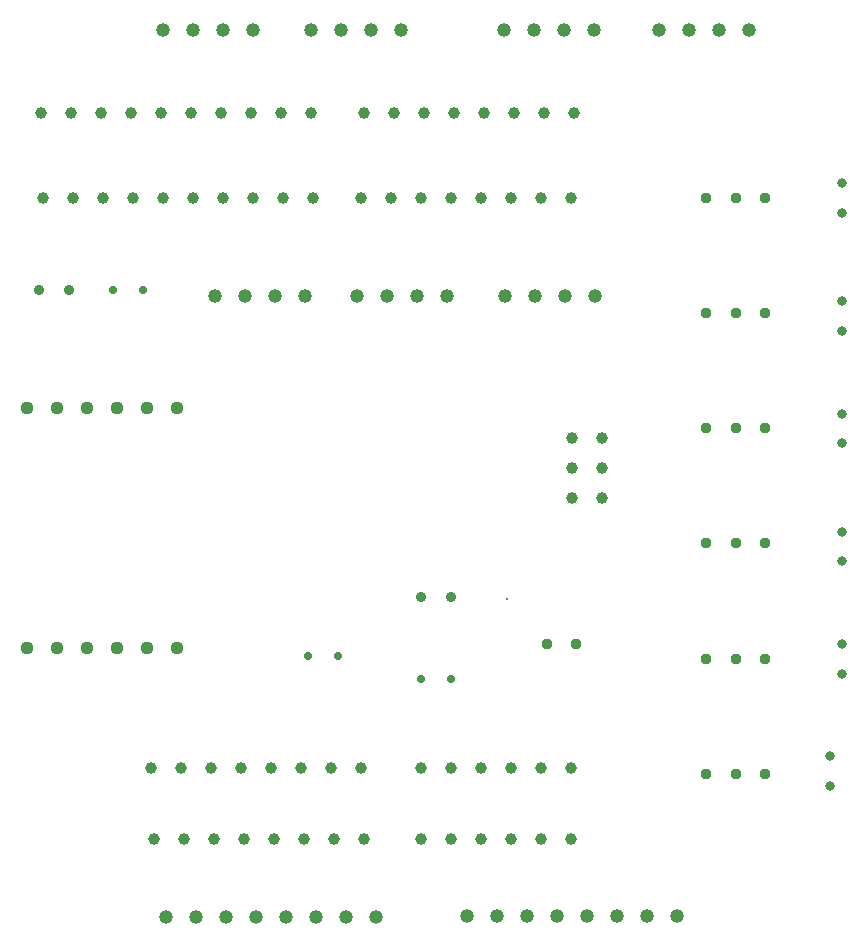
<source format=gbr>
%TF.GenerationSoftware,KiCad,Pcbnew,9.0.4*%
%TF.CreationDate,2025-10-04T10:08:07+10:00*%
%TF.ProjectId,Jet Ranger Test,4a657420-5261-46e6-9765-722054657374,rev?*%
%TF.SameCoordinates,Original*%
%TF.FileFunction,Plated,1,2,PTH,Drill*%
%TF.FilePolarity,Positive*%
%FSLAX46Y46*%
G04 Gerber Fmt 4.6, Leading zero omitted, Abs format (unit mm)*
G04 Created by KiCad (PCBNEW 9.0.4) date 2025-10-04 10:08:07*
%MOMM*%
%LPD*%
G01*
G04 APERTURE LIST*
%TA.AperFunction,ViaDrill*%
%ADD10C,0.300000*%
%TD*%
%TA.AperFunction,ComponentDrill*%
%ADD11C,0.700000*%
%TD*%
%TA.AperFunction,ComponentDrill*%
%ADD12C,0.800000*%
%TD*%
%TA.AperFunction,ComponentDrill*%
%ADD13C,0.900000*%
%TD*%
%TA.AperFunction,ComponentDrill*%
%ADD14C,0.950000*%
%TD*%
%TA.AperFunction,ComponentDrill*%
%ADD15C,1.000000*%
%TD*%
%TA.AperFunction,ComponentDrill*%
%ADD16C,1.110000*%
%TD*%
%TA.AperFunction,ComponentDrill*%
%ADD17C,1.190000*%
%TD*%
G04 APERTURE END LIST*
D10*
X158119500Y-83180300D03*
D11*
%TO.C,R1*%
X124780000Y-57000000D03*
X127320000Y-57000000D03*
%TO.C,R25*%
X141280000Y-88000000D03*
X143820000Y-88000000D03*
%TO.C,R2*%
X150800000Y-90000000D03*
X153340000Y-90000000D03*
D12*
%TO.C,C6*%
X185500000Y-96500000D03*
X185500000Y-99000000D03*
%TO.C,C2*%
X186500000Y-48000000D03*
X186500000Y-50500000D03*
%TO.C,C1*%
X186500000Y-58000000D03*
X186500000Y-60500000D03*
%TO.C,C3*%
X186500000Y-67500000D03*
X186500000Y-70000000D03*
%TO.C,C4*%
X186500000Y-77500000D03*
X186500000Y-80000000D03*
%TO.C,C5*%
X186500000Y-87000000D03*
X186500000Y-89500000D03*
D13*
%TO.C,D1*%
X118500000Y-57000000D03*
X121040000Y-57000000D03*
%TO.C,D2*%
X150800000Y-83000000D03*
X153340000Y-83000000D03*
D14*
%TO.C,J13*%
X161500000Y-87000000D03*
X164000000Y-87000000D03*
%TO.C,J7*%
X175000000Y-49200000D03*
%TO.C,J6*%
X175000000Y-58960000D03*
%TO.C,J8*%
X175000000Y-68720000D03*
%TO.C,J9*%
X175000000Y-78480000D03*
%TO.C,J10*%
X175000000Y-88240000D03*
%TO.C,J18*%
X175000000Y-98000000D03*
%TO.C,J7*%
X177500000Y-49200000D03*
%TO.C,J6*%
X177500000Y-58960000D03*
%TO.C,J8*%
X177500000Y-68720000D03*
%TO.C,J9*%
X177500000Y-78480000D03*
%TO.C,J10*%
X177500000Y-88240000D03*
%TO.C,J18*%
X177500000Y-98000000D03*
%TO.C,J7*%
X180000000Y-49200000D03*
%TO.C,J6*%
X180000000Y-58960000D03*
%TO.C,J8*%
X180000000Y-68720000D03*
%TO.C,J9*%
X180000000Y-78480000D03*
%TO.C,J10*%
X180000000Y-88240000D03*
%TO.C,J18*%
X180000000Y-98000000D03*
D15*
%TO.C,J15*%
X118640000Y-42000000D03*
%TO.C,J2*%
X118796000Y-49200000D03*
%TO.C,J15*%
X121180000Y-42000000D03*
%TO.C,J2*%
X121336000Y-49200000D03*
%TO.C,J15*%
X123720000Y-42000000D03*
%TO.C,J2*%
X123876000Y-49200000D03*
%TO.C,J15*%
X126260000Y-42000000D03*
%TO.C,J2*%
X126416000Y-49200000D03*
%TO.C,J1*%
X127940000Y-97460000D03*
%TO.C,J17*%
X128220000Y-103500000D03*
%TO.C,J15*%
X128800000Y-42000000D03*
%TO.C,J2*%
X128956000Y-49200000D03*
%TO.C,J1*%
X130480000Y-97460000D03*
%TO.C,J17*%
X130760000Y-103500000D03*
%TO.C,J15*%
X131340000Y-42000000D03*
%TO.C,J2*%
X131496000Y-49200000D03*
%TO.C,J1*%
X133020000Y-97460000D03*
%TO.C,J17*%
X133300000Y-103500000D03*
%TO.C,J15*%
X133880000Y-42000000D03*
%TO.C,J2*%
X134036000Y-49200000D03*
%TO.C,J1*%
X135560000Y-97460000D03*
%TO.C,J17*%
X135840000Y-103500000D03*
%TO.C,J15*%
X136420000Y-42000000D03*
%TO.C,J2*%
X136576000Y-49200000D03*
%TO.C,J1*%
X138100000Y-97460000D03*
%TO.C,J17*%
X138380000Y-103500000D03*
%TO.C,J15*%
X138960000Y-42000000D03*
%TO.C,J2*%
X139116000Y-49200000D03*
%TO.C,J1*%
X140640000Y-97460000D03*
%TO.C,J17*%
X140920000Y-103500000D03*
%TO.C,J15*%
X141500000Y-42000000D03*
%TO.C,J2*%
X141656000Y-49200000D03*
%TO.C,J1*%
X143180000Y-97460000D03*
%TO.C,J17*%
X143460000Y-103500000D03*
%TO.C,J4*%
X145720000Y-49200000D03*
%TO.C,J1*%
X145720000Y-97460000D03*
%TO.C,J14*%
X146000000Y-42000000D03*
%TO.C,J17*%
X146000000Y-103500000D03*
%TO.C,J4*%
X148260000Y-49200000D03*
%TO.C,J14*%
X148540000Y-42000000D03*
%TO.C,J4*%
X150800000Y-49200000D03*
%TO.C,J3*%
X150800000Y-97460000D03*
%TO.C,J16*%
X150800000Y-103500000D03*
%TO.C,J14*%
X151080000Y-42000000D03*
%TO.C,J4*%
X153340000Y-49200000D03*
%TO.C,J3*%
X153340000Y-97460000D03*
%TO.C,J16*%
X153340000Y-103500000D03*
%TO.C,J14*%
X153620000Y-42000000D03*
%TO.C,J4*%
X155880000Y-49200000D03*
%TO.C,J3*%
X155880000Y-97460000D03*
%TO.C,J16*%
X155880000Y-103500000D03*
%TO.C,J14*%
X156160000Y-42000000D03*
%TO.C,J4*%
X158420000Y-49200000D03*
%TO.C,J3*%
X158420000Y-97460000D03*
%TO.C,J16*%
X158420000Y-103500000D03*
%TO.C,J14*%
X158700000Y-42000000D03*
%TO.C,J4*%
X160960000Y-49200000D03*
%TO.C,J3*%
X160960000Y-97460000D03*
%TO.C,J16*%
X160960000Y-103500000D03*
%TO.C,J14*%
X161240000Y-42000000D03*
%TO.C,J4*%
X163500000Y-49200000D03*
%TO.C,J3*%
X163500000Y-97460000D03*
%TO.C,J16*%
X163500000Y-103500000D03*
%TO.C,J5*%
X163624700Y-69552200D03*
X163624700Y-72092200D03*
X163624700Y-74632200D03*
%TO.C,J14*%
X163780000Y-42000000D03*
%TO.C,J5*%
X166164700Y-69552200D03*
X166164700Y-72092200D03*
X166164700Y-74632200D03*
D16*
%TO.C,U2*%
X117500000Y-67000000D03*
X117500000Y-87320000D03*
X120040000Y-67000000D03*
X120040000Y-87320000D03*
X122580000Y-67000000D03*
X122580000Y-87320000D03*
X125120000Y-67000000D03*
X125120000Y-87320000D03*
X127660000Y-67000000D03*
X127660000Y-87320000D03*
X130200000Y-67000000D03*
X130200000Y-87320000D03*
D17*
%TO.C,J22*%
X128960000Y-35000000D03*
%TO.C,J24*%
X129220000Y-110150000D03*
%TO.C,J22*%
X131500000Y-35000000D03*
%TO.C,J24*%
X131760000Y-110150000D03*
%TO.C,J19*%
X133380000Y-57500000D03*
%TO.C,J22*%
X134040000Y-35000000D03*
%TO.C,J24*%
X134300000Y-110150000D03*
%TO.C,J19*%
X135920000Y-57500000D03*
%TO.C,J22*%
X136580000Y-35000000D03*
%TO.C,J24*%
X136840000Y-110150000D03*
%TO.C,J19*%
X138460000Y-57500000D03*
%TO.C,J24*%
X139380000Y-110150000D03*
%TO.C,J19*%
X141000000Y-57500000D03*
%TO.C,J23*%
X141500000Y-35000000D03*
%TO.C,J24*%
X141920000Y-110150000D03*
%TO.C,J23*%
X144040000Y-35000000D03*
%TO.C,J24*%
X144460000Y-110150000D03*
%TO.C,J11*%
X145460000Y-57500000D03*
%TO.C,J23*%
X146580000Y-35000000D03*
%TO.C,J24*%
X147000000Y-110150000D03*
%TO.C,J11*%
X148000000Y-57500000D03*
%TO.C,J23*%
X149120000Y-35000000D03*
%TO.C,J11*%
X150540000Y-57500000D03*
X153080000Y-57500000D03*
%TO.C,J25*%
X154760000Y-110000000D03*
X157300000Y-110000000D03*
%TO.C,J21*%
X157880000Y-35000000D03*
%TO.C,J12*%
X157920000Y-57500000D03*
%TO.C,J25*%
X159840000Y-110000000D03*
%TO.C,J21*%
X160420000Y-35000000D03*
%TO.C,J12*%
X160460000Y-57500000D03*
%TO.C,J25*%
X162380000Y-110000000D03*
%TO.C,J21*%
X162960000Y-35000000D03*
%TO.C,J12*%
X163000000Y-57500000D03*
%TO.C,J25*%
X164920000Y-110000000D03*
%TO.C,J21*%
X165500000Y-35000000D03*
%TO.C,J12*%
X165540000Y-57500000D03*
%TO.C,J25*%
X167460000Y-110000000D03*
X170000000Y-110000000D03*
%TO.C,J20*%
X171000000Y-35000000D03*
%TO.C,J25*%
X172540000Y-110000000D03*
%TO.C,J20*%
X173540000Y-35000000D03*
X176080000Y-35000000D03*
X178620000Y-35000000D03*
M02*

</source>
